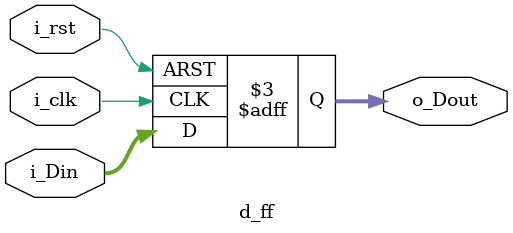
<source format=v>
module d_ff #(
    parameter BITS = 8
)(
    input      [BITS-1:0]   i_Din,
    input                   i_clk,
    input                   i_rst,
    output reg [BITS-1:0]   o_Dout
);

always @(posedge i_clk or negedge i_rst) begin
    if (!i_rst) begin
        o_Dout <= { BITS{1'b0} };
    end
    else begin
        o_Dout <= i_Din;
    end
end

endmodule
</source>
